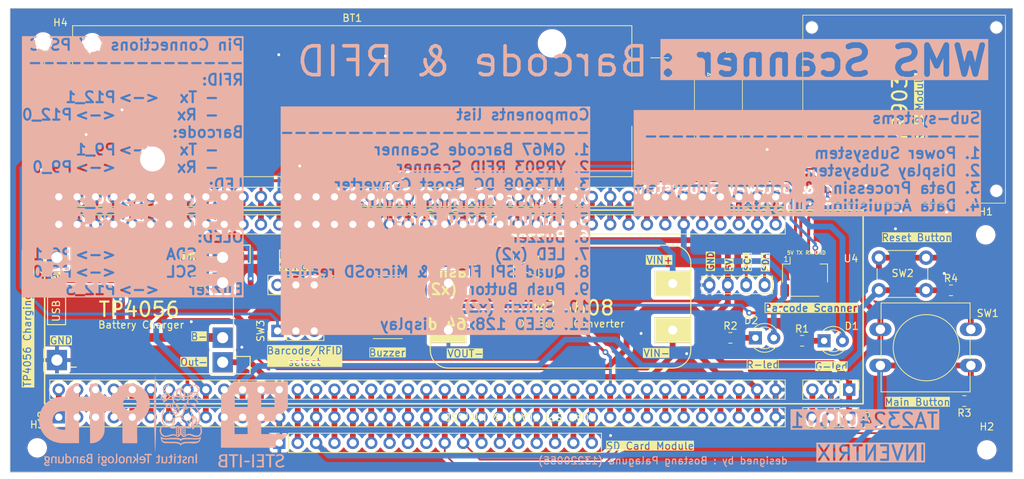
<source format=kicad_pcb>
(kicad_pcb (version 20221018) (generator pcbnew)
  (layers (0 "F.Cu" signal) (31 "B.Cu" signal) (34 "B.Paste" user) (35 "F.Paste" user) (36 "B.SilkS" user "B.Silkscreen") (37 "F.SilkS" user "F.Silkscreen") (38 "B.Mask" user) (39 "F.Mask" user) (44 "Edge.Cuts" user))
  (net 0 "")
  (net 1 "GND")
  (net 2 "+5V")
  (net 3 "P6_0")
  (net 4 "P6_1")
  (net 5 "P12_3")
  (net 6 "Net-(D1-K)")
  (net 7 "P9_2")
  (net 8 "Net-(D2-K)")
  (net 9 "P9_4")
  (net 10 "P5_0")
  (net 11 "P5_1")
  (net 12 "P5_2")
  (net 13 "P5_3")
  (net 14 "P5_4")
  (net 15 "P5_5")
  (net 16 "P5_6")
  (net 17 "P5_7")
  (net 18 "VTARG")
  (net 19 "VDD_USB")
  (net 20 "P6_2")
  (net 21 "P6_4")
  (net 22 "P6_5")
  (net 23 "P6_VDD")
  (net 24 "P9_0")
  (net 25 "P9_5")
  (net 26 "P9_3")
  (net 27 "P8_5")
  (net 28 "P8_2")
  (net 29 "P1_0")
  (net 30 "P6_3")
  (net 31 "P8_1")
  (net 32 "P8_6")
  (net 33 "P8_4")
  (net 34 "P8_3")
  (net 35 "P8_7")
  (net 36 "P8_0")
  (net 37 "P9_1")
  (net 38 "P9_7")
  (net 39 "P9_6")
  (net 40 "VBACKUP")
  (net 41 "VREF")
  (net 42 "B.TX")
  (net 43 "B.RTS")
  (net 44 "B.CTS")
  (net 45 "B.RX")
  (net 46 "P6_6")
  (net 47 "P6_7")
  (net 48 "XRES")
  (net 49 "P0_4")
  (net 50 "P13_6")
  (net 51 "P13_7")
  (net 52 "P13_5")
  (net 53 "P13_4")
  (net 54 "P13_0")
  (net 55 "P13_3")
  (net 56 "P13_2")
  (net 57 "P13_1")
  (net 58 "VDDIO_0")
  (net 59 "P12_4")
  (net 60 "P12_1")
  (net 61 "P12_0")
  (net 62 "P12_5")
  (net 63 "P11_6")
  (net 64 "P11_5")
  (net 65 "P11_7")
  (net 66 "P11_2")
  (net 67 "P11_3")
  (net 68 "P11_4")
  (net 69 "P0_5")
  (net 70 "P10_5")
  (net 71 "P10_1")
  (net 72 "P10_2")
  (net 73 "P10_4")
  (net 74 "P10_3")
  (net 75 "P10_0")
  (net 76 "+3V3")
  (net 77 "/Subsistem Power/BAT+")
  (net 78 "/Subsistem Power/BAT-")
  (net 79 "/POWER_RFID")
  (net 80 "/POWER_BARCODE")
  (net 81 "/Subsistem Power/PWR_SWITCH_OUT")
  (net 82 "/Subsistem Power/TP4056_OUT+")
  (net 94 "+5VA")
  (net 95 "/Subsistem Power/TP4056_OUT-")
  (footprint "Resistor_SMD:R_0805_2012Metric" (layer "F.Cu") (at 177.9035 97.8916)
    (fp_text reference "R1")
    (fp_text value "R")
  )
  (footprint "Button_Switch_THT:SW_PUSH_6mm_H9.5mm" (layer "F.Cu") (at 188.52 86.396)
    (fp_text reference "SW2")
    (fp_text value "SW_Push_Open")
  )
  (footprint "WMS_components:MT3608_module_v2" (layer "F.Cu") (at 146.02 93.166)
    (fp_text reference "U3" hide)
    (fp_text value "~")
  )
  (footprint "Buzzer_Beeper:PUIAudio_SMT_0825_S_4_R" (layer "F.Cu") (at 120.65 93.2434)
    (fp_text reference "BZ1")
    (fp_text value "Buzzer")
  )
  (footprint "Resistor_SMD:R_0805_2012Metric" (layer "F.Cu") (at 200.3317 106.2228 180)
    (fp_text reference "R3")
    (fp_text value "R")
  )
  (footprint "Battery:BatteryHolder_Keystone_1042_1x18650" (layer "F.Cu") (at 115.737 64.7446)
    (fp_text reference "BT1")
    (fp_text value "Battery")
  )
  (footprint "Resistor_SMD:R_0805_2012Metric" (layer "F.Cu") (at 167.9975 97.4852)
    (fp_text reference "R2")
    (fp_text value "R")
  )
  (footprint "MountingHole:MountingHole_2.2mm_M2" (layer "F.Cu") (at 203.2762 83.2358)
    (fp_text reference "H1")
    (fp_text value "MountingHole")
  )
  (footprint "Connector_PinHeader_2.54mm:PinHeader_1x03_P2.54mm_Vertical" (layer "F.Cu") (at 105.41 96.52 90)
    (fp_text reference "SW3")
    (fp_text value "SW_SPDT")
  )
  (footprint "Connector_PinHeader_2.54mm:PinHeader_1x40_P2.54mm_Vertical" (layer "F.Cu") (at 75.184 108.458 90)
    (fp_text reference "J2")
    (fp_text value "Conn_01x40_Socket")
  )
  (footprint "Connector_PinHeader_2.54mm:PinHeader_1x03_P2.54mm_Vertical" (layer "F.Cu") (at 110.49 90.17 -90)
    (fp_text reference "SW4")
    (fp_text value "SW_SPDT")
  )
  (footprint "WMS_components:YR903_RFID_Scanner_FPC" (layer "F.Cu") (at 184.15 66.04 90)
    (fp_text reference "U1" hide)
    (fp_text value "~")
    (fp_circle (center -11.1074 -4.9022) (end -10.2574 -4.9022) (stroke (width 0.05)) (fill none) (layer "Edge.Cuts"))
    (fp_circle (center -11.1074 20.5978) (end -10.2574 20.5978) (stroke (width 0.05)) (fill none) (layer "Edge.Cuts"))
    (fp_circle (center 11.4926 -4.9022) (end 12.3426 -4.9022) (stroke (width 0.05)) (fill none) (layer "Edge.Cuts"))
    (fp_circle (center 11.4926 20.5978) (end 12.3426 20.5978) (stroke (width 0.05)) (fill none) (layer "Edge.Cuts"))
  )
  (footprint "WMS_components:128x64OLED_v2" (layer "F.Cu") (at 168.9862 91.1352)
    (fp_text reference "Brd1" hide)
    (fp_text value "SSD1306")
  )
  (footprint "Connector_PinHeader_2.54mm:PinHeader_1x03_P2.54mm_Vertical" (layer "F.Cu") (at 184.404 108.458 -90)
    (fp_text reference "J3")
    (fp_text value "Conn_01x03_Socket")
  )
  (footprint "MountingHole:MountingHole_2.2mm_M2" (layer "F.Cu") (at 73.025 56.5404)
    (fp_text reference "H4")
    (fp_text value "MountingHole")
  )
  (footprint "MountingHole:MountingHole_2.2mm_M2" (layer "F.Cu") (at 203.4286 112.9792)
    (fp_text reference "H2")
    (fp_text value "MountingHole")
  )
  (footprint "WMS_components:GM67_Barcode_Scanner" (layer "F.Cu") (at 178.308 89.0524)
    (fp_text reference "U4")
    (fp_text value "~")
  )
  (footprint "Resistor_SMD:R_0805_2012Metric" (layer "F.Cu") (at 198.4737 90.9066)
    (fp_text reference "R4")
    (fp_text value "R")
  )
  (footprint "WMS_components:CY8CPROTO-062-4343W_v3" (layer "F.Cu") (at 124.74 92.329 90)
    (fp_text reference "U6" hide)
    (fp_text value "~")
  )
  (footprint "LED_THT:LED_D3.0mm" (layer "F.Cu") (at 180.9446 97.8916)
    (fp_text reference "D1")
    (fp_text value "LED")
  )
  (footprint "MountingHole:MountingHole_2.2mm_M2" (layer "F.Cu") (at 72.2122 112.6998)
    (fp_text reference "H3")
    (fp_text value "MountingHole")
  )
  (footprint "LED_THT:LED_D3.0mm" (layer "F.Cu") (at 171.45 97.4852)
    (fp_text reference "D2")
    (fp_text value "LED")
  )
  (footprint "Button_Switch_THT:SW_PUSH-12mm" (layer "F.Cu") (at 188.722 96.306)
    (fp_text reference "SW1")
    (fp_text value "SW_Push_Open")
  )
  (footprint "WMS_components:Quad_SPI_flash_microSD_v2" (layer "F.Cu") (at 105.664 112.014 90)
    (fp_text reference "U5" hide)
    (fp_text value "~")
  )
  (footprint "WMS_components:TP4056-18650_v2" (layer "F.Cu") (at 73.23 84.66)
    (fp_text reference "U2" hide)
    (fp_text value "~")
  )
  (footprint "Connector_PinHeader_2.54mm:PinHeader_1x40_P2.54mm_Vertical" (layer "F.Cu") (at 75.184 77.978 90)
    (fp_text reference "J1")
    (fp_text value "Conn_01x40_Socket")
  )
  (footprint "img:stei-itb" (layer "B.Cu") (at 102.0572 109.474 180)
    (fp_text reference "G***" hide)
    (fp_text value "LOGO" hide)
  )
  (footprint "img:itb" (layer "B.Cu") (at 83.72588 108.868234 180)
    (fp_text reference "G***" hide)
    (fp_text value "LOGO" hide)
  )
  (gr_rect (start 68.453 51.8922) (end 207.01 116.078) (stroke (width 0.1)) (fill none) (layer "Edge.Cuts"))
  (gr_text "designed by : Bostang Palaguna (13220055)" (at 175.9966 115.062) (layer "B.SilkS") (effects (font (size 1 1)) (justify left bottom mirror)))
  (gr_text "Sub-systems\n-------------------------\n1. Power Subsystem\n2. Display Subsystem\n3. Data Processing & Gateway Subsystem\n4. Data Acquisition Subsystem" (at 202.7174 80.0608) (layer "B.SilkS" knockout) (effects (font (size 1.5 1.5) (thickness 0.3)) (justify left bottom mirror)))
  (gr_text "Barcode & RFID" (at 156.9974 61.595) (layer "B.SilkS") (effects (font (size 4 4) (thickness 0.5)) (justify left bottom mirror)))
  (gr_text "WMS Scanner :" (at 203.8858 61.5188) (layer "B.SilkS" knockout) (effects (font (size 4 4) (thickness 0.8) bold) (justify left bottom mirror)))
  (gr_text "Components list\n-----------------------\n1. GM67 Barcode Scanner\n2. YR903 RFID Scanner\n3. MT3608 DC Boost Converter\n4. TP4056 Charging Module\n5. Lithium 18650 Battery\n6. Buzzer\n7. LED (x2)\n8. Quad SPI Flash & MicroSD reader\n9. Push Button (x2)\n10. Switch (x2)\n11. OLED 128x64 display" (at 148.717 96.4692) (layer "B.SilkS" knockout) (effects (font (size 1.5 1.5) (thickness 0.3)) (justify left bottom mirror)))
  (gr_text "INVENTRIX" (at 195.199 114.6048) (layer "B.SilkS" knockout) (effects (font (size 2 2) (thickness 0.3)) (justify left bottom mirror)))
  (gr_text "Pin Connections w/ PSoC\n----------------\nRFID:\n   - Tx	<->	P12_1\n   - Rx 	<->	P12_0\nBarcode:\n   - Tx	<->	P9_1\n   - Rx 	<->	P9_0\nLED:\n   - G	<->	P9_2\n   - R	<->	P9_4\nOLED:\n   - SDA	<->	P6_1\n   - SCL	<->	P6_0\nBuzzer	<->	P12_3" (at 100.8888 91.6432) (layer "B.SilkS" knockout) (effects (font (size 1.5 1.5) (thickness 0.3)) (justify left bottom mirror)))
  (gr_text "TA232401001" (at 196.8754 110.0836) (layer "B.SilkS" knockout) (effects (font (size 2 2) (thickness 0.3)) (justify left bottom mirror)))
  (gr_text "R-led" (at 170.1038 101.7778) (layer "F.SilkS" knockout) (effects (font (size 1 1)) (justify left bottom)))
  (gr_text "Barcode/RFID\nselect" (at 109.1438 101.4476) (layer "F.SilkS" knockout) (effects (font (size 1 1)) (justify bottom)))
  (gr_text "SD Card Module" (at 150.7236 113.03) (layer "F.SilkS" knockout) (effects (font (size 1 1)) (justify left bottom)))
  (gr_text "RFID Module" (at 194.691 70.2818 90) (layer "F.SilkS" knockout) (effects (font (size 1 1)) (justify left bottom)))
  (gr_text "Buzzer" (at 117.9576 100.1268) (layer "F.SilkS" knockout) (effects (font (size 1 1)) (justify left bottom)))
  (gr_text "TP4056 Charging Module" (at 71.4248 104.3686 90) (layer "F.SilkS" knockout) (effects (font (size 1 1)) (justify left bottom)))
  (gr_text "Reset Button" (at 188.7982 84.201) (layer "F.SilkS" knockout) (effects (font (size 1 1)) (justify left bottom)))
  (gr_text "Power\nSwitch" (at 105.5116 88.2142) (layer "F.SilkS" knockout) (effects (font (size 1 1)) (justify left bottom)))
  (gr_text "Main Button" (at 189.23 106.9594) (layer "F.SilkS" knockout) (effects (font (size 1 1)) (justify left bottom)))
  (gr_text "G-led" (at 179.6034 102.0318) (layer "F.SilkS" knockout) (effects (font (size 1 1)) (justify left bottom)))
  (segment (start 171.704 77.978) (end 171.704 81.788) (width 0.8) (layer "F.Cu") (net 1))
  (segment (start 118.364 77.978) (end 118.364 81.788) (width 0.8) (layer "F.Cu") (net 1))
  (segment (start 165.1762 64.262) (end 164.8916 64.5466) (width 0.25) (layer "F.Cu") (net 1))
  (segment (start 164.0586 66.5466) (end 164.0586 67.0466) (width 0.25) (layer "F.Cu") (net 1))
  (segment (start 165.0238 66.548) (end 164.06 66.548) (width 0.25) (layer "F.Cu") (net 1))
  (segment (start 164.0586 62.0466) (end 164.0586 62.5466) (width 0.25) (layer "F.Cu") (net 1))
  (segment (start 164.0586 65.0466) (end 164.8686 65.0466) (width 0.25) (layer "F.Cu") (net 1))
  (segment (start 98.044 77.978) (end 98.044 81.788) (width 0.8) (layer "F.Cu") (net 1))
  (segment (start 105.664 108.458) (end 105.664 112.014) (width 0.8) (layer "F.Cu") (net 1))
  (segment (start 164.8686 65.0466) (end 165.2016 65.3796) (width 0.25) (layer "F.Cu") (net 1))
  (segment (start 174.244 104.648) (end 174.244 108.458) (width 0.8) (layer "F.Cu") (net 1))
  (segment (start 164.8916 64.5466) (end 164.0586 64.5466) (width 0.25) (layer "F.Cu") (net 1))
  (segment (start 181.864 104.648) (end 181.864 108.458) (width 0.8) (layer "F.Cu") (net 1))
  (segment (start 165.2016 66.3702) (end 165.0238 66.548) (width 0.25) (layer "F.Cu") (net 1))
  (segment (start 164.06 66.548) (end 164.0586 66.5466) (width 0.25) (layer "F.Cu") (net 1))
  (segment (start 164.0586 64.5466) (end 164.0586 65.0466) (width 0.25) (layer "F.Cu") (net 1))
  (segment (start 151.384 77.978) (end 151.384 81.788) (width 0.8) (layer "F.Cu") (net 1))
  (segment (start 165.2016 65.3796) (end 165.2016 66.3702) (width 0.25) (layer "F.Cu") (net 1))
  (segment (start 165.1762 62.865) (end 165.1762 64.262) (width 0.25) (layer "F.Cu") (net 1))
  (segment (start 164.8578 62.5466) (end 165.1762 62.865) (width 0.25) (layer "F.Cu") (net 1))
  (segment (start 164.0586 62.5466) (end 164.8578 62.5466) (width 0.25) (layer "F.Cu") (net 1))
  (segment (start 92.964 104.648) (end 92.964 108.458) (width 0.8) (layer "F.Cu") (net 1))
  (segment (start 105.664 104.648) (end 105.664 108.458) (width 0.8) (layer "F.Cu") (net 1))
  (via (at 197.5358 88.5698) (size 0.8) (drill 0.4) (layers "F.Cu" "B.Cu") (net 1))
  (via (at 151.4348 110.998) (size 0.8) (drill 0.4) (layers "F.Cu" "B.Cu") (net 1))
  (via (at 186.7408 76.4032) (size 0.8) (drill 0.4) (layers "F.Cu" "B.Cu") (net 1))
  (via (at 100.4824 98.7806) (size 0.8) (drill 0.4) (layers "F.Cu" "B.Cu") (net 1))
  (via (at 120.3198 58.4962) (size 0.8) (drill 0.4) (layers "F.Cu" "B.Cu") (net 1))
  (via (at 191.5668 79.9846) (size 0.8) (drill 0.4) (layers "F.Cu" "B.Cu") (net 1))
  (via (at 93.4974 95.25) (size 0.8) (drill 0.4) (layers "F.Cu" "B.Cu") (net 1))
  (via (at 179.0192 78.9686) (size 0.8) (drill 0.4) (layers "F.Cu" "B.Cu") (net 1))
  (via (at 161.9504 99.6696) (size 0.8) (drill 0.4) (layers "F.Cu" "B.Cu") (net 1))
  (via (at 190.8048 82.3976) (size 0.8) (drill 0.4) (layers "F.Cu" "B.Cu") (net 1))
  (via (at 197.866 80.0862) (size 0.8) (drill 0.4) (layers "F.Cu" "B.Cu") (net 1))
  (via (at 105.5878 58.3184) (size 0.8) (drill 0.4) (layers "F.Cu" "B.Cu") (net 1))
  (via (at 173.0756 71.4248) (size 0.8) (drill 0.4) (layers "F.Cu" "B.Cu") (net 1))
  (via (at 155.6512 96.8756) (size 0.8) (drill 0.4) (layers "F.Cu" "B.Cu") (net 1))
  (segment (start 167.64 85.6488) (end 167.64 90.17) (width 0.8) (layer "F.Cu") (net 2))
  (segment (start 184.404 103.251) (end 182.1434 100.9904) (width 0.8) (layer "F.Cu") (net 2))
  (segment (start 188.722 94.6912) (end 186.2836 92.2528) (width 0.8) (layer "F.Cu") (net 2))
  (segment (start 188.722 96.306) (end 188.722 94.6912) (width 0.8) (layer "F.Cu") (net 2))
  (segment (start 165.1 99.06) (end 165.1 95.25) (width 0.8) (layer "F.Cu") (net 2))
  (segment (start 184.404 102.108) (end 188.722 97.79) (width 0.8) (layer "F.Cu") (net 2))
  (segment (start 167.0304 100.9904) (end 165.1 99.06) (width 0.8) (layer "F.Cu") (net 2))
  (segment (start 188.52 87.9844) (end 188.52 86.396) (width 0.8) (layer "F.Cu") (net 2))
  (segment (start 188.52 86.396) (end 195.02 86.396) (width 0.8) (layer "F.Cu") (net 2))
  (segment (start 129.02 89.916) (end 134.9636 83.9724) (width 0.8) (layer "F.Cu") (net 2))
  (segment (start 165.1 95.25) (end 167.64 92.71) (width 0.8) (layer "F.Cu") (net 2))
  (segment (start 134.9636 83.9724) (end 165.9636 83.9724) (width 0.8) (layer "F.Cu") (net 2))
  (segment (start 184.404 104.648) (end 184.404 102.108) (width 0.8) (layer "F.Cu") (net 2))
  (segment (start 188.722 97.79) (end 188.722 96.306) (width 0.8) (layer "F.Cu") (net 2))
  (segment (start 201.222 89.6652) (end 201.222 96.306) (width 0.8) (layer "F.Cu") (net 2))
  (segment (start 186.2836 90.2208) (end 188.52 87.9844) (width 0.8) (layer "F.Cu") (net 2))
  (segment (start 165.9636 83.9724) (end 167.64 85.6488) (width 0.8) (layer "F.Cu") (net 2))
  (segment (start 186.2836 92.2528) (end 186.2836 90.2208) (width 0.8) (layer "F.Cu") (net 2))
  (segment (start 184.404 104.648) (end 184.404 108.458) (width 0.8) (layer "F.Cu") (net 2))
  (segment (start 197.9528 86.396) (end 201.222 89.6652) (width 0.8) (layer "F.Cu") (net 2))
  (segment (start 182.1434 100.9904) (end 167.0304 100.9904) (width 0.8) (layer "F.Cu") (net 2))
  (segment (start 184.404 104.648) (end 184.404 103.251) (width 0.8) (layer "F.Cu") (net 2))
  (segment (start 195.02 86.396) (end 197.9528 86.396) (width 0.8) (layer "F.Cu") (net 2))
  (segment (start 167.64 92.71) (end 167.64 90.17) (width 0.8) (layer "F.Cu") (net 2))
  (segment (start 126.2768 92.6592) (end 129.02 89.916) (width 0.8) (layer "B.Cu") (net 2))
  (segment (start 111.8108 92.6592) (end 126.2768 92.6592) (width 0.8) (layer "B.Cu") (net 2))
  (segment (start 107.95 96.52) (end 111.8108 92.6592) (width 0.8) (layer "B.Cu") (net 2))
  (segment (start 103.3526 75.7428) (end 103.124 75.9714) (width 0.4) (layer "F.Cu") (net 3))
  (segment (start 170.18 85.9028) (end 172.3644 83.7184) (width 0.4) (layer "F.Cu") (net 3))
  (segment (start 176.9872 83.0326) (end 176.9872 76.7334) (width 0.4) (layer "F.Cu") (net 3))
  (segment (start 175.9966 75.7428) (end 103.3526 75.7428) (width 0.4) (layer "F.Cu") (net 3))
  (segment (start 170.18 90.17) (end 170.18 85.9028) (width 0.4) (layer "F.Cu") (net 3))
  (segment (start 176.3014 83.7184) (end 176.9872 83.0326) (width 0.4) (layer "F.Cu") (net 3))
  (segment (start 172.3644 83.7184) (end 176.3014 83.7184) (width 0.4) (layer "F.Cu") (net 3))
  (segment (start 103.124 75.9714) (end 103.124 77.978) (width 0.4) (layer "F.Cu") (net 3))
  (segment (start 176.9872 76.7334) (end 175.9966 75.7428) (width 0.4) (layer "F.Cu") (net 3))
  (segment (start 103.124 77.978) (end 103.124 81.788) (width 0.8) (layer "F.Cu") (net 3))
  (segment (start 173.2534 84.6836) (end 176.5046 84.6836) (width 0.4) (layer "F.Cu") (net 4))
  (segment (start 172.72 85.217) (end 173.2534 84.6836) (width 0.4) (layer "F.Cu") (net 4))
  (segment (start 109.8042 75.0316) (end 108.4834 73.7108) (width 0.4) (layer "F.Cu") (net 4))
  (segment (start 177.7238 83.4644) (end 177.7238 76.3016) (width 0.4) (layer "F.Cu") (net 4))
  (segment (start 105.664 77.978) (end 105.664 81.788) (width 0.8) (layer "F.Cu") (net 4))
  (segment (start 177.7238 76.3016) (end 176.4538 75.0316) (width 0.4) (layer "F.Cu") (net 4))
  (segment (start 172.72 90.17) (end 172.72 85.217) (width 0.4) (layer "F.Cu") (net 4))
  (segment (start 176.5046 84.6836) (end 177.7238 83.4644) (width 0.4) (layer "F.Cu") (net 4))
  (segment (start 176.4538 75.0316) (end 109.8042 75.0316) (width 0.4) (layer "F.Cu") (net 4))
  (via (at 108.4834 73.7108) (size 0.8) (drill 0.4) (layers "F.Cu" "B.Cu") (net 4))
  (segment (start 105.6132 74.93) (end 105.6132 77.9272) (width 0.4) (layer "B.Cu") (net 4))
  (segment (start 108.4834 73.7108) (end 106.8324 73.7108) (width 0.4) (layer "B.Cu") (net 4))
  (segment (start 106.8324 73.7108) (end 105.6132 74.93) (width 0.4) (layer "B.Cu") (net 4))
  (segment (start 105.6132 77.9272) (end 105.664 77.978) (width 0.4) (layer "B.Cu") (net 4))
  (segment (start 144.3736 93.1926) (end 120.5992 93.1926) (width 0.4) (layer "F.Cu") (net 5))
  (segment (start 120.5992 93.1926) (end 117.15 89.7434) (width 0.4) (layer "F.Cu") (net 5))
  (segment (start 151.384 104.648) (end 151.384 108.458) (width 0.8) (layer "F.Cu") (net 5))
  (segment (start 150.6474 99.4664) (end 144.3736 93.1926) (width 0.4) (layer "F.Cu") (net 5))
  (segment (start 150.7236 99.4664) (end 150.6474 99.4664) (width 0.4) (layer "F.Cu") (net 5))
  (via (at 150.7236 99.4664) (size 0.8) (drill 0.4) (layers "F.Cu" "B.Cu") (net 5))
  (segment (start 151.4094 100.1522) (end 151.4094 104.6226) (width 0.4) (layer "B.Cu") (net 5))
  (segment (start 150.7236 99.4664) (end 151.4094 100.1522) (width 0.4) (layer "B.Cu") (net 5))
  (segment (start 151.4094 104.6226) (end 151.384 104.648) (width 0.4) (layer "B.Cu") (net 5))
  (segment (start 178.816 97.8916) (end 180.9446 97.8916) (width 0.8) (layer "F.Cu") (net 6))
  (segment (start 156.464 77.978) (end 156.464 81.788) (width 0.8) (layer "F.Cu") (net 7))
  (segment (start 158.6484 75.0316) (end 175.5648 75.0316) (width 0.8) (layer "B.Cu") (net 7))
  (segment (start 177.5206 80.5688) (end 179.0446 82.0928) (width 0.8) (layer "B.Cu") (net 7))
  (segment (start 156.464 77.216) (end 158.6484 75.0316) (width 0.8) (layer "B.Cu") (net 7))
  (segment (start 177.5206 76.9874) (end 177.5206 80.5688) (width 0.8) (layer "B.Cu") (net 7))
  (segment (start 179.0446 82.0928) (end 181.9148 82.0928) (width 0.8) (layer "B.Cu") (net 7))
  (segment (start 183.4846 83.6626) (end 183.4846 97.8916) (width 0.8) (layer "B.Cu") (net 7))
  (segment (start 156.464 77.978) (end 156.464 77.216) (width 0.8) (layer "B.Cu") (net 7))
  (segment (start 181.9148 82.0928) (end 183.4846 83.6626) (width 0.8) (layer "B.Cu") (net 7))
  (segment (start 175.5648 75.0316) (end 177.5206 76.9874) (width 0.8) (layer "B.Cu") (net 7))
  (segment (start 168.91 97.4852) (end 171.45 97.4852) (width 0.8) (layer "F.Cu") (net 8))
  (segment (start 161.544 77.978) (end 161.544 81.788) (width 0.8) (layer "F.Cu") (net 9))
  (segment (start 175.4124 89.027) (end 173.2534 86.868) (width 0.8) (layer "B.Cu") (net 9))
  (segment (start 175.4124 91.9226) (end 175.4124 89.027) (width 0.8) (layer "B.Cu") (net 9))
  (segment (start 173.99 97.4852) (end 173.99 93.345) (width 0.8) (layer "B.Cu") (net 9))
  (segment (start 162.4584 86.868) (end 161.544 85.9536) (width 0.8) (layer "B.Cu") (net 9))
  (segment (start 161.544 85.9536) (end 161.544 81.788) (width 0.8) (layer "B.Cu") (net 9))
  (segment (start 173.2534 86.868) (end 162.4584 86.868) (width 0.8) (layer "B.Cu") (net 9))
  (segment (start 173.99 93.345) (end 175.4124 91.9226) (width 0.8) (layer "B.Cu") (net 9))
  (segment (start 75.184 77.978) (end 75.184 81.788) (width 0.8) (layer "F.Cu") (net 10))
  (segment (start 77.724 77.978) (end 77.724 81.788) (width 0.8) (layer "F.Cu") (net 11))
  (segment (start 80.264 77.978) (end 80.264 81.788) (width 0.8) (layer "F.Cu") (net 12))
  (segment (start 82.804 77.978) (end 82.804 81.788) (width 0.8) (layer "F.Cu") (net 13))
  (segment (start 85.344 77.978) (end 85.344 81.788) (width 0.8) (layer "F.Cu") (net 14))
  (segment (start 87.884 77.978) (end 87.884 81.788) (width 0.8) (layer "F.Cu") (net 15))
  (segment (start 90.424 77.978) (end 90.424 81.788) (width 0.8) (layer "F.Cu") (net 16))
  (segment (start 92.964 77.978) (end 92.964 81.788) (width 0.8) (layer "F.Cu") (net 17))
  (segment (start 95.504 77.978) (end 95.504 81.788) (width 0.8) (layer "F.Cu") (net 18))
  (segment (start 163.0426 93.472) (end 156.1084 93.472) (width 0.8) (layer "F.Cu") (net 18))
  (segment (start 88.646 95.6564) (end 88.646 95.7326) (width 0.8) (layer "F.Cu") (net 18))
  (segment (start 100.7872 93.853) (end 101.6762 92.964) (width 0.8) (layer "F.Cu") (net 18))
  (segment (start 166.243 102.4128) (end 163.8046 99.9744) (width 0.8) (layer "F.Cu") (net 18))
  (segment (start 169.4688 102.4128) (end 166.243 102.4128) (width 0.8) (layer "F.Cu") (net 18))
  (segment (start 101.3206 95.9866) (end 99.187 93.853) (width 0.8) (layer "F.Cu") (net 18))
  (segment (start 101.6762 92.964) (end 101.7016 89.281) (width 0.8) (layer "F.Cu") (net 18))
  (segment (start 171.704 104.648) (end 171.704 108.458) (width 0.8) (layer "F.Cu") (net 18))
  (segment (start 153.6446 95.9358) (end 153.6446 98.9838) (width 0.8) (layer "F.Cu") (net 18))
  (segment (start 99.187 93.853) (end 90.5256 93.853) (width 0.8) (layer "F.Cu") (net 18))
  (segment (start 151.0792 101.5492) (end 105.41 101.5492) (width 0.8) (layer "F.Cu") (net 18))
  (segment (start 101.3206 97.4598) (end 101.3206 95.9866) (width 0.8) (layer "F.Cu") (net 18))
  (segment (start 105.41 101.5492) (end 101.3206 97.4598) (width 0.8) (layer "F.Cu") (net 18))
  (segment (start 95.504 104.648) (end 95.504 108.458) (width 0.8) (layer "F.Cu") (net 18))
  (segment (start 88.7222 95.6564) (end 88.646 95.6564) (width 0.8) (layer "F.Cu") (net 18))
  (segment (start 90.5256 93.853) (end 88.7222 95.6564) (width 0.8) (layer "F.Cu") (net 18))
  (segment (start 156.1084 93.472) (end 153.6446 95.9358) (width 0.8) (layer "F.Cu") (net 18))
  (segment (start 171.704 104.648) (end 169.4688 102.4128) (width 0.8) (layer "F.Cu") (net 18))
  (segment (start 88.646 95.7326) (end 88.7984 95.5802) (width 0.8) (layer "F.Cu") (net 18))
  (segment (start 163.8046 94.234) (end 163.0426 93.472) (width 0.8) (layer "F.Cu") (net 18))
  (segment (start 99.187 93.853) (end 100.7872 93.853) (width 0.8) (layer "F.Cu") (net 18))
  (segment (start 163.8046 99.9744) (end 163.8046 94.234) (width 0.8) (layer "F.Cu") (net 18))
  (segment (start 153.6446 98.9838) (end 151.0792 101.5492) (width 0.8) (layer "F.Cu") (net 18))
  (via (at 88.646 95.6564) (size 0.8) (drill 0.4) (layers "F.Cu" "B.Cu") (net 18))
  (via (at 101.7016 89.281) (size 0.8) (drill 0.4) (layers "F.Cu" "B.Cu") (net 18))
  (segment (start 101.7016 85.2678) (end 100.457 84.0232) (width 0.8) (layer "B.Cu") (net 18))
  (segment (start 100.457 84.0232) (end 97.7392 84.0232) (width 0.8) (layer "B.Cu") (net 18))
  (segment (start 88.646 95.6564) (end 88.646 97.79) (width 0.8) (layer "B.Cu") (net 18))
  (segment (start 101.7016 89.281) (end 101.7016 85.2678) (width 0.8) (layer "B.Cu") (net 18))
  (segment (start 97.7392 84.0232) (end 95.504 81.788) (width 0.8) (layer "B.Cu") (net 18))
  (segment (start 88.646 97.79) (end 95.504 104.648) (width 0.8) (layer "B.Cu") (net 18))
  (segment (start 100.584 77.978) (end 100.584 81.788) (width 0.8) (layer "F.Cu") (net 19))
  (segment (start 108.204 77.978) (end 108.204 81.788) (width 0.8) (layer "F.Cu") (net 20))
  (segment (start 110.744 77.978) (end 110.744 81.788) (width 0.8) (layer "F.Cu") (net 21))
  (segment (start 113.284 77.978) (end 113.284 81.788) (width 0.8) (layer "F.Cu") (net 22))
  (segment (start 115.824 77.978) (end 115.824 81.788) (width 0.8) (layer "F.Cu") (net 23))
  (segment (start 120.904 77.978) (end 120.904 81.788) (width 0.8) (layer "F.Cu") (net 24))
  (segment (start 178.808 87.0524) (end 178.808 80.8816) (width 0.4) (layer "F.Cu") (net 24))
  (segment (start 178.808 80.8816) (end 181.4068 78.2828) (width 0.4) (layer "F.Cu") (net 24))
  (via (at 181.4068 78.2828) (size 0.8) (drill 0.4) (layers "F.Cu" "B.Cu") (net 24))
  (segment (start 120.904 76.4032) (end 120.904 77.978) (width 0.4) (layer "B.Cu") (net 24))
  (segment (start 178.0032 73.7362) (end 123.571 73.7362) (width 0.4) (layer "B.Cu") (net 24))
  (segment (start 181.4068 77.1398) (end 178.0032 73.7362) (width 0.4) (layer "B.Cu") (net 24))
  (segment (start 181.4068 78.2828) (end 181.4068 77.1398) (width 0.4) (layer "B.Cu") (net 24))
  (segment (start 123.571 73.7362) (end 120.904 76.4032) (width 0.4) (layer "B.Cu") (net 24))
  (segment (start 123.444 77.978) (end 123.444 81.788) (width 0.8) (layer "F.Cu") (net 25))
  (segment (start 125.984 77.978) (end 125.984 81.788) (width 0.8) (layer "F.Cu") (net 26))
  (segment (start 128.524 77.978) (end 128.524 81.788) (width 0.8) (layer "F.Cu") (net 27))
  (segment (start 131.064 77.978) (end 131.064 81.788) (width 0.8) (layer "F.Cu") (net 28))
  (segment (start 133.604 77.978) (end 133.604 81.788) (width 0.8) (layer "F.Cu") (net 29))
  (segment (start 136.144 77.978) (end 136.144 81.788) (width 0.8) (layer "F.Cu") (net 30))
  (segment (start 138.684 77.978) (end 138.684 81.788) (width 0.8) (layer "F.Cu") (net 31))
  (segment (start 141.224 77.978) (end 141.224 81.788) (width 0.8) (layer "F.Cu") (net 32))
  (segment (start 143.764 77.978) (end 143.764 81.788) (width 0.8) (layer "F.Cu") (net 33))
  (segment (start 146.304 77.978) (end 146.304 81.788) (width 0.8) (layer "F.Cu") (net 34))
  (segment (start 148.844 77.978) (end 148.844 81.788) (width 0.8) (layer "F.Cu") (net 35))
  (segment (start 153.924 77.978) (end 153.924 81.788) (width 0.8) (layer "F.Cu") (net 36))
  (segment (start 179.808 87.0524) (end 179.808 85.1168) (width 0.4) (layer "F.Cu") (net 37))
  (segment (start 179.808 85.1168) (end 179.7304 85.0392) (width 0.4) (layer "F.Cu") (net 37))
  (segment (start 159.004 77.978) (end 159.004 81.788) (width 0.8) (layer "F.Cu") (net 37))
  (via (at 179.7304 85.0392) (size 0.8) (drill 0.4) (layers "F.Cu" "B.Cu") (net 37))
  (segment (start 179.7304 84.455) (end 176.3776 81.1022) (width 0.4) (layer "B.Cu") (net 37))
  (segment (start 176.3776 81.1022) (end 176.3776 77.1906) (width 0.4) (layer "B.Cu") (net 37))
  (segment (start 176.3776 77.1906) (end 175.641 76.454) (width 0.4) (layer "B.Cu") (net 37))
  (segment (start 175.641 76.454) (end 160.528 76.454) (width 0.4) (layer "B.Cu") (net 37))
  (segment (start 160.528 76.454) (end 159.004 77.978) (width 0.4) (layer "B.Cu") (net 37))
  (segment (start 179.7304 85.0392) (end 179.7304 84.455) (width 0.4) (layer "B.Cu") (net 37))
  (segment (start 164.084 77.978) (end 164.084 81.788) (width 0.8) (layer "F.Cu") (net 38))
  (segment (start 166.624 77.978) (end 166.624 81.788) (width 0.8) (layer "F.Cu") (net 39))
  (segment (start 169.164 77.978) (end 169.164 81.788) (width 0.8) (layer "F.Cu") (net 40))
  (segment (start 174.244 77.978) (end 174.244 81.788) (width 0.8) (layer "F.Cu") (net 41))
  (segment (start 75.184 104.648) (end 75.184 108.458) (width 0.8) (layer "F.Cu") (net 42))
  (segment (start 77.724 104.648) (end 77.724 108.458) (width 0.8) (layer "F.Cu") (net 43))
  (segment (start 80.264 104.648) (end 80.264 108.458) (width 0.8) (layer "F.Cu") (net 44))
  (segment (start 82.804 104.648) (end 82.804 108.458) (width 0.8) (layer "F.Cu") (net 45))
  (segment (start 85.344 108.458) (end 85.344 104.648) (width 0.8) (layer "F.Cu") (net 46))
  (segment (start 87.884 104.648) (end 87.884 108.458) (width 0.8) (layer "F.Cu") (net 47))
  (segment (start 90.424 104.648) (end 90.424 108.458) (width 0.8) (layer "F.Cu") (net 48))
  (segment (start 98.044 104.648) (end 98.044 108.458) (width 0.8) (layer "F.Cu") (net 49))
  (segment (start 197.5612 90.9066) (end 195.0306 90.9066) (width 0.8) (layer "F.Cu") (net 50))
  (segment (start 195.0306 90.9066) (end 195.02 90.896) (width 0.8) (layer "F.Cu") (net 50))
  (segment (start 100.584 104.648) (end 100.584 108.458) (width 0.8) (layer "F.Cu") (net 50))
  (segment (start 195.02 90.896) (end 188.52 90.896) (width 0.8) (layer "F.Cu") (net 50))
  (segment (start 152.1206 97.7138) (end 145.1864 97.7138) (width 0.8) (layer "B.Cu") (net 50))
  (segment (start 161.417 101.2952) (end 155.702 101.2952) (width 0.8) (layer "B.Cu") (net 50))
  (segment (start 141.5288 101.3714) (end 102.7176 101.3714) (width 0.8) (layer "B.Cu") (net 50))
  (segment (start 100.584 103.505) (end 100.584 104.648) (width 0.8) (layer "B.Cu") (net 50))
  (segment (start 102.7176 101.3714) (end 100.584 103.505) (width 0.8) (layer "B.Cu") (net 50))
  (segment (start 184.0738 101.3206) (end 161.4424 101.3206) (width 0.8) (layer "B.Cu") (net 50))
  (segment (start 155.702 101.2952) (end 152.1206 97.7138) (width 0.8) (layer "B.Cu") (net 50))
  (segment (start 161.4424 101.3206) (end 161.417 101.2952) (width 0.8) (layer "B.Cu") (net 50))
  (segment (start 185.9026 99.4918) (end 184.0738 101.3206) (width 0.8) (layer "B.Cu") (net 50))
  (segment (start 145.1864 97.7138) (end 141.5288 101.3714) (width 0.8) (layer "B.Cu") (net 50))
  (segment (start 185.9026 93.5134) (end 185.9026 99.4918) (width 0.8) (layer "B.Cu") (net 50))
  (segment (start 188.52 90.896) (end 185.9026 93.5134) (width 0.8) (layer "B.Cu") (net 50))
  (segment (start 103.124 104.648) (end 103.124 108.458) (width 0.8) (layer "F.Cu") (net 51))
  (segment (start 108.204 104.648) (end 108.204 108.458) (width 0.8) (layer "F.Cu") (net 52))
  (segment (start 108.204 108.458) (end 108.204 112.014) (width 0.8) (layer "F.Cu") (net 52))
  (segment (start 110.744 108.458) (end 110.744 112.014) (width 0.8) (layer "F.Cu") (net 53))
  (segment (start 110.744 104.648) (end 110.744 108.458) (width 0.8) (layer "F.Cu") (net 53))
  (segment (start 201.222 106.2006) (end 201.2442 106.2228) (width 0.8) (layer "F.Cu") (net 53))
  (segment (start 201.222 101.306) (end 201.222 106.2006) (width 0.8) (layer "F.Cu") (net 53))
  (segment (start 188.722 101.306) (end 201.222 101.306) (width 0.8) (layer "F.Cu") (net 53))
  (segment (start 188.6712 101.3568) (end 188.722 101.306) (width 0.8) (layer "B.Cu") (net 53))
  (segment (start 153.1112 113.5888) (end 183.9214 113.5888) (width 0.8) (layer "B.Cu") (net 53))
  (segment (start 183.9214 113.5888) (end 188.6712 108.839) (width 0.8) (layer "B.Cu") (net 53))
  (segment (start 112.4966 113.7666) (end 152.9334 113.7666) (width 0.8) (layer "B.Cu") (net 53))
  (segment (start 110.744 112.014) (end 112.4966 113.7666) (width 0.8) (layer "B.Cu") (net 53))
  (segment (start 188.6712 108.839) (end 188.6712 101.3568) (width 0.8) (layer "B.Cu") (net 53))
  (segment (start 152.9334 113.7666) (end 153.1112 113.5888) (width 0.8) (layer "B.Cu") (net 53))
  (segment (start 113.284 112.014) (end 113.284 108.458) (width 0.8) (layer "F.Cu") (net 54))
  (segment (start 113.284 108.458) (end 113.284 104.648) (width 0.8) (layer "F.Cu") (net 54))
  (segment (start 115.824 104.648) (end 115.824 108.458) (width 0.8) (layer "F.Cu") (net 55))
  (segment (start 115.824 108.458) (end 115.824 112.014) (width 0.8) (layer "F.Cu") (net 55))
  (segment (start 118.364 112.014) (end 118.364 108.458) (width 0.8) (layer "F.Cu") (net 56))
  (segment (start 118.364 108.458) (end 118.364 104.648) (width 0.8) (layer "F.Cu") (net 56))
  (segment (start 120.904 104.648) (end 120.904 108.458) (width 0.8) (layer "F.Cu") (net 57))
  (segment (start 120.904 108.458) (end 120.904 112.014) (width 0.8) (layer "F.Cu") (net 57))
  (segment (start 123.444 108.458) (end 123.444 104.648) (width 0.8) (layer "F.Cu") (net 58))
  (segment (start 123.444 112.014) (end 123.444 108.458) (width 0.8) (layer "F.Cu") (net 58))
  (segment (start 125.984 108.458) (end 125.984 112.014) (width 0.8) (layer "F.Cu") (net 59))
  (segment (start 125.984 104.648) (end 125.984 108.458) (width 0.8) (layer "F.Cu") (net 59))
  (segment (start 129.8956 114.9604) (end 128.524 113.5888) (width 0.25) (layer "F.Cu") (net 60))
  (segment (start 204.6478 106.5022) (end 200.4822 110.6678) (width 0.25) (layer "F.Cu") (net 60))
  (segment (start 128.524 113.5888) (end 128.524 112.014) (width 0.25) (layer "F.Cu") (net 60))
  (segment (start 154.813 110.6678) (end 150.5204 114.9604) (width 0.25) (layer "F.Cu") (net 60))
  (segment (start 164.0586 69.0466) (end 183.0164 69.0466) (width 0.25) (layer "F.Cu") (net 60))
  (segment (start 128.524 112.014) (end 128.524 108.458) (width 0.8) (layer "F.Cu") (net 60))
  (segment (start 200.4822 110.6678) (end 154.813 110.6678) (width 0.25) (layer "F.Cu") (net 60))
  (segment (start 204.6478 90.678) (end 204.6478 106.5022) (width 0.25) (layer "F.Cu") (net 60))
  (segment (start 150.5204 114.9604) (end 129.8956 114.9604) (width 0.25) (layer "F.Cu") (net 60))
  (segment (start 128.524 108.458) (end 128.524 104.648) (width 0.8) (layer "F.Cu") (net 60))
  (segment (start 183.0164 69.0466) (end 204.6478 90.678) (width 0.25) (layer "F.Cu") (net 60))
  (segment (start 162.179 73.0504) (end 163.2458 74.1172) (width 0.25) (layer "F.Cu") (net 61))
  (segment (start 204.1978 106.2736) (end 200.3878 110.0836) (width 0.25) (layer "F.Cu") (net 61))
  (segment (start 154.305 110.0836) (end 150.0632 114.3254) (width 0.25) (layer "F.Cu") (net 61))
  (segment (start 131.064 104.648) (end 131.064 108.458) (width 0.8) (layer "F.Cu") (net 61))
  (segment (start 131.064 108.458) (end 131.064 112.014) (width 0.8) (layer "F.Cu") (net 61))
  (segment (start 200.3878 110.0836) (end 154.305 110.0836) (width 0.25) (layer "F.Cu") (net 61))
  (segment (start 150.0632 114.3254) (end 133.3754 114.3254) (width 0.25) (layer "F.Cu") (net 61))
  (segment (start 162.6188 68.5466) (end 162.179 68.9864) (width 0.25) (layer "F.Cu") (net 61))
  (segment (start 133.3754 114.3254) (end 131.064 112.014) (width 0.25) (layer "F.Cu") (net 61))
  (segment (start 186.474798 80.912398) (end 194.245802 80.912398) (width 0.25) (layer "F.Cu") (net 61))
  (segment (start 179.6796 74.1172) (end 186.474798 80.912398) (width 0.25) (layer "F.Cu") (net 61))
  (segment (start 162.179 68.9864) (end 162.179 73.0504) (width 0.25) (layer "F.Cu") (net 61))
  (segment (start 204.1978 90.864396) (end 204.1978 106.2736) (width 0.25) (layer "F.Cu") (net 61))
  (segment (start 163.2458 74.1172) (end 179.6796 74.1172) (width 0.25) (layer "F.Cu") (net 61))
  (segment (start 194.245802 80.912398) (end 204.1978 90.864396) (width 0.25) (layer "F.Cu") (net 61))
  (segment (start 164.0586 68.5466) (end 162.6188 68.5466) (width 0.25) (layer "F.Cu") (net 61))
  (segment (start 133.604 108.458) (end 133.604 104.648) (width 0.8) (layer "F.Cu") (net 62))
  (segment (start 133.604 112.014) (end 133.604 108.458) (width 0.8) (layer "F.Cu") (net 62))
  (segment (start 136.144 108.458) (end 136.144 112.014) (width 0.8) (layer "F.Cu") (net 63))
  (segment (start 136.144 104.648) (end 136.144 108.458) (width 0.8) (layer "F.Cu") (net 63))
  (segment (start 138.684 108.458) (end 138.684 104.648) (width 0.8) (layer "F.Cu") (net 64))
  (segment (start 138.684 112.014) (end 138.684 108.458) (width 0.8) (layer "F.Cu") (net 64))
  (segment (start 141.224 104.648) (end 141.224 108.458) (width 0.8) (layer "F.Cu") (net 65))
  (segment (start 141.224 108.458) (end 141.224 112.014) (width 0.8) (layer "F.Cu") (net 65))
  (segment (start 143.764 108.458) (end 143.764 104.648) (width 0.8) (layer "F.Cu") (net 66))
  (segment (start 143.764 112.014) (end 143.764 108.458) (width 0.8) (layer "F.Cu") (net 66))
  (segment (start 146.304 108.458) (end 146.304 112.014) (width 0.8) (layer "F.Cu") (net 67))
  (segment (start 146.304 104.648) (end 146.304 108.458) (width 0.8) (layer "F.Cu") (net 67))
  (segment (start 148.844 112.014) (end 148.844 108.458) (width 0.8) (layer "F.Cu") (net 68))
  (segment (start 148.844 108.458) (end 148.844 104.648) (width 0.8) (layer "F.Cu") (net 68))
  (segment (start 153.924 108.458) (end 153.924 104.648) (width 0.8) (layer "F.Cu") (net 69))
  (segment (start 156.464 104.648) (end 156.464 108.458) (width 0.8) (layer "F.Cu") (net 70))
  (segment (start 159.004 104.648) (end 159.004 108.458) (width 0.8) (layer "F.Cu") (net 71))
  (segment (start 161.544 104.648) (end 161.544 108.458) (width 0.8) (layer "F.Cu") (net 72))
  (segment (start 164.084 104.648) (end 164.084 108.458) (width 0.8) (layer "F.Cu") (net 73))
  (segment (start 166.624 104.648) (end 166.624 108.458) (width 0.8) (layer "F.Cu") (net 74))
  (segment (start 169.164 104.648) (end 169.164 108.458) (width 0.8) (layer "F.Cu") (net 75))
  (segment (start 179.324 104.648) (end 179.324 108.458) (width 0.8) (layer "F.Cu") (net 76))
  (segment (start 97.2764 89.3064) (end 97.83 89.86) (width 1.2) (layer "F.Cu") (net 77))
  (segment (start 72.43 64.77) (end 72.009 65.191) (width 1.2) (layer "F.Cu") (net 77))
  (segment (start 72.009 65.191) (end 72.009 88.6714) (width 1.2) (layer "F.Cu") (net 77))
  (segment (start 72.644 89.3064) (end 97.2764 89.3064) (width 1.2) (layer "F.Cu") (net 77))
  (segment (start 72.009 88.6714) (end 72.644 89.3064) (width 1.2) (layer "F.Cu") (net 77))
  (segment (start 97.8044 97.4344) (end 97.83 97.46) (width 1.2) (layer "F.Cu") (net 78))
  (segment (start 104.3178 59.5376) (end 90.3732 59.5376) (width 1.2) (layer "F.Cu") (net 78))
  (segment (start 83.9216 65.9384) (end 83.9216 65.9892) (width 1.2) (layer "F.Cu") (net 78))
  (segment (start 87.376 97.4598) (end 87.4014 97.4344) (width 1.2) (layer "F.Cu") (net 78))
  (segment (start 83.9216 65.9892) (end 83.9978 65.913) (width 1.2) (layer "F.Cu") (net 78))
  (segment (start 109.5502 64.77) (end 104.3178 59.5376) (width 1.2) (layer "F.Cu") (net 78))
  (segment (start 90.3732 59.5376) (end 83.9724 65.9384) (width 1.2) (layer "F.Cu") (net 78))
  (segment (start 83.7184 95.25) (end 85.9282 97.4598) (width 1.2) (layer "F.Cu") (net 78))
  (segment (start 83.7184 92.1512) (end 83.7184 95.25) (width 1.2) (layer "F.Cu") (net 78))
  (segment (start 151.09 64.77) (end 109.5502 64.77) (width 1.2) (layer "F.Cu") (net 78))
  (segment (start 85.9282 97.4598) (end 87.376 97.4598) (width 1.2) (layer "F.Cu") (net 78))
  (segment (start 87.4014 97.4344) (end 97.8044 97.4344) (width 1.2) (layer "F.Cu") (net 78))
  (segment (start 83.9724 65.9384) (end 83.9216 65.9384) (width 1.2) (layer "F.Cu") (net 78))
  (via (at 83.9216 65.9384) (size 0.8) (drill 0.4) (layers "F.Cu" "B.Cu") (net 78))
  (via (at 83.7184 92.1512) (size 0.8) (drill 0.4) (layers "F.Cu" "B.Cu") (net 78))
  (segment (start 83.9216 70.0278) (end 83.9216 65.9384) (width 1.2) (layer "B.Cu") (net 78))
  (segment (start 73.2282 75.0316) (end 78.9178 75.0316) (width 1.2) (layer "B.Cu") (net 78))
  (segment (start 82.296 90.7288) (end 73.5584 90.7288) (width 1.2) (layer "B.Cu") (net 78))
  (segment (start 83.7184 92.1512) (end 82.296 90.7288) (width 1.2) (layer "B.Cu") (net 78))
  (segment (start 73.5584 90.7288) (end 71.1708 88.3412) (width 1.2) (layer "B.Cu") (net 78))
  (segment (start 78.9178 75.0316) (end 83.9216 70.0278) (width 1.2) (layer "B.Cu") (net 78))
  (segment (start 71.1708 77.089) (end 73.2282 75.0316) (width 1.2) (layer "B.Cu") (net 78))
  (segment (start 71.1708 88.3412) (end 71.1708 77.089) (width 1.2) (layer "B.Cu") (net 78))
  (segment (start 160.7058 68.961) (end 160.5534 68.8086) (width 0.4) (layer "F.Cu") (net 79))
  (segment (start 160.5534 63.8556) (end 163.3624 61.0466) (width 0.4) (layer "F.Cu") (net 79))
  (segment (start 164.0586 61.0466) (end 164.0586 61.4966) (width 0.4) (layer "F.Cu") (net 79))
  (segment (start 78.9686 69.3674) (end 160.2994 69.3674) (width 0.4) (layer "F.Cu") (net 79))
  (segment (start 163.3624 61.0466) (end 164.0586 61.0466) (width 0.4) (layer "F.Cu") (net 79))
  (segment (start 160.5534 68.8086) (end 160.5534 63.8556) (width 0.4) (layer "F.Cu") (net 79))
  (segment (start 160.2994 69.3674) (end 160.7058 68.961) (width 0.4) (layer "F.Cu") (net 79))
  (via (at 78.9686 69.3674) (size 0.8) (drill 0.4) (layers "F.Cu" "B.Cu") (net 79))
  (segment (start 69.9516 74.0156) (end 69.9516 90.4748) (width 0.4) (layer "B.Cu") (net 79))
  (segment (start 74.5998 69.3674) (end 69.9516 74.0156) (width 0.4) (layer "B.Cu") (net 79))
  (segment (start 105.41 95.1738) (end 105.41 96.52) (width 0.4) (layer "B.Cu") (net 79))
  (segment (start 104.4194 94.1832) (end 105.41 95.1738) (width 0.4) (layer "B.Cu") (net 79))
  (segment (start 73.66 94.1832) (end 104.4194 94.1832) (width 0.4) (layer "B.Cu") (net 79))
  (segment (start 78.9686 69.3674) (end 74.5998 69.3674) (width 0.4) (layer "B.Cu") (net 79))
  (segment (start 69.9516 90.4748) (end 73.66 94.1832) (width 0.4) (layer "B.Cu") (net 79))
  (segment (start 176.808 89.0256) (end 176.808 87.0524) (width 0.4) (layer "F.Cu") (net 80))
  (segment (start 170.5864 94.0308) (end 176.3522 94.0308) (width 0.4) (layer "F.Cu") (net 80))
  (segment (start 176.3522 94.0308) (end 177.6476 92.7354) (width 0.4) (layer "F.Cu") (net 80))
  (segment (start 177.6476 92.7354) (end 177.6476 89.8652) (width 0.4) (layer "F.Cu") (net 80))
  (segment (start 177.6476 89.8652) (end 176.808 89.0256) (width 0.4) (layer "F.Cu") (net 80))
  (via (at 170.5864 94.0308) (size 0.8) (drill 0.4) (layers "F.Cu" "B.Cu") (net 80))
  (segment (start 127 93.8276) (end 113.1824 93.8276) (width 0.4) (layer "B.Cu") (net 80))
  (segment (start 127.8636 92.964) (end 127 93.8276) (width 0.4) (layer "B.Cu") (net 80))
  (segment (start 169.5196 92.964) (end 127.8636 92.964) (width 0.4) (layer "B.Cu") (net 80))
  (segment (start 170.5864 94.0308) (end 169.5196 92.964) (width 0.4) (layer "B.Cu") (net 80))
  (segment (start 113.1824 93.8276) (end 110.49 96.52) (width 0.4) (layer "B.Cu") (net 80))
  (segment (start 160.02 85.979) (end 160.02 89.966) (width 0.8) (layer "B.Cu") (net 81))
  (segment (start 158.242 84.201) (end 160.02 85.979) (width 0.8) (layer "B.Cu") (net 81))
  (segment (start 110.49 90.17) (end 116.459 84.201) (width 0.8) (layer "B.Cu") (net 81))
  (segment (start 116.459 84.201) (end 158.242 84.201) (width 0.8) (layer "B.Cu") (net 81))
  (segment (start 97.83 86.36) (end 106.6038 86.36) (width 0.8) (layer "F.Cu") (net 82))
  (segment (start 106.6038 86.36) (end 107.95 87.7062) (width 0.8) (layer "F.Cu") (net 82))
  (segment (start 107.95 87.7062) (end 107.95 90.17) (width 0.8) (layer "F.Cu") (net 82))
  (segment (start 97.83 100.86) (end 101.6728 100.86) (width 0.8) (layer "F.Cu") (net 95))
  (segment (start 156.9974 102.8954) (end 160.02 99.8728) (width 0.8) (layer "F.Cu") (net 95))
  (segment (start 160.02 99.8728) (end 160.02 96.416) (width 0.8) (layer "F.Cu") (net 95))
  (segment (start 101.6728 100.86) (end 103.7082 102.8954) (width 0.8) (layer "F.Cu") (net 95))
  (segment (start 103.7082 102.8954) (end 156.9974 102.8954) (width 0.8) (layer "F.Cu") (net 95))
  (zone (net 1) (net_name "GND") (layers "F&B.Cu") (connect_pads (clearance 0.5)) (min_thickness 0.25) (fill yes (thermal_gap 0.5) (thermal_bridge_width 0.5))
    (polygon (pts (xy 68.2244 50.7492) (xy 208.28 50.8) (xy 208.28 116.84) (xy 68.2244 116.7892)))
  )
)
</source>
